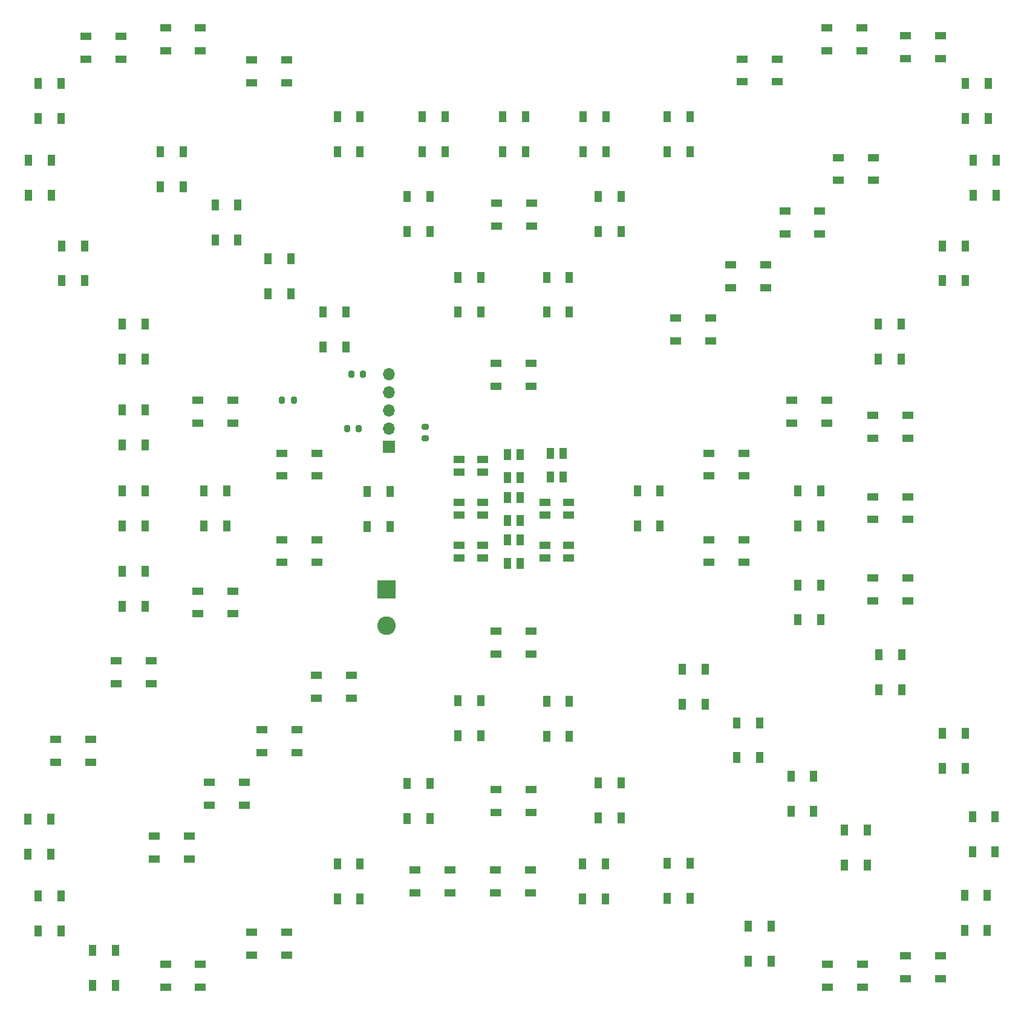
<source format=gbr>
%TF.GenerationSoftware,KiCad,Pcbnew,(6.0.4)*%
%TF.CreationDate,2022-04-26T19:16:40+02:00*%
%TF.ProjectId,FieldBoard,4669656c-6442-46f6-9172-642e6b696361,rev?*%
%TF.SameCoordinates,Original*%
%TF.FileFunction,Soldermask,Top*%
%TF.FilePolarity,Negative*%
%FSLAX46Y46*%
G04 Gerber Fmt 4.6, Leading zero omitted, Abs format (unit mm)*
G04 Created by KiCad (PCBNEW (6.0.4)) date 2022-04-26 19:16:40*
%MOMM*%
%LPD*%
G01*
G04 APERTURE LIST*
G04 Aperture macros list*
%AMRoundRect*
0 Rectangle with rounded corners*
0 $1 Rounding radius*
0 $2 $3 $4 $5 $6 $7 $8 $9 X,Y pos of 4 corners*
0 Add a 4 corners polygon primitive as box body*
4,1,4,$2,$3,$4,$5,$6,$7,$8,$9,$2,$3,0*
0 Add four circle primitives for the rounded corners*
1,1,$1+$1,$2,$3*
1,1,$1+$1,$4,$5*
1,1,$1+$1,$6,$7*
1,1,$1+$1,$8,$9*
0 Add four rect primitives between the rounded corners*
20,1,$1+$1,$2,$3,$4,$5,0*
20,1,$1+$1,$4,$5,$6,$7,0*
20,1,$1+$1,$6,$7,$8,$9,0*
20,1,$1+$1,$8,$9,$2,$3,0*%
G04 Aperture macros list end*
%ADD10R,1.500000X1.000000*%
%ADD11R,1.500000X1.100000*%
%ADD12R,1.000000X1.500000*%
%ADD13RoundRect,0.200000X0.200000X0.275000X-0.200000X0.275000X-0.200000X-0.275000X0.200000X-0.275000X0*%
%ADD14RoundRect,0.200000X-0.275000X0.200000X-0.275000X-0.200000X0.275000X-0.200000X0.275000X0.200000X0*%
%ADD15R,1.100000X1.500000*%
%ADD16R,2.600000X2.600000*%
%ADD17C,2.600000*%
%ADD18R,1.700000X1.700000*%
%ADD19O,1.700000X1.700000*%
G04 APERTURE END LIST*
D10*
%TO.C,POS32*%
X129949989Y-140199996D03*
X129949989Y-143399996D03*
X134849989Y-143399996D03*
X134849989Y-140199996D03*
%TD*%
%TO.C,POS26*%
X198949988Y-79699996D03*
X198949988Y-76499996D03*
X194049988Y-76499996D03*
X194049988Y-79699996D03*
%TD*%
D11*
%TO.C,LED1*%
X139439992Y-84490000D03*
X139439992Y-82710000D03*
X136159992Y-82710000D03*
X136159992Y-84490000D03*
%TD*%
D12*
%TO.C,POS20*%
X92199997Y-75749996D03*
X88999997Y-75749996D03*
X88999997Y-80649996D03*
X92199997Y-80649996D03*
%TD*%
%TO.C,POS46*%
X158800000Y-45850000D03*
X155600000Y-45850000D03*
X155600000Y-50750000D03*
X158800000Y-50750000D03*
%TD*%
D10*
%TO.C,POS70*%
X141350000Y-106700000D03*
X141350000Y-109900000D03*
X146250000Y-109900000D03*
X146250000Y-106700000D03*
%TD*%
D12*
%TO.C,FIN2*%
X112600000Y-54550000D03*
X109400000Y-54550000D03*
X109400000Y-59450000D03*
X112600000Y-59450000D03*
%TD*%
D10*
%TO.C,POS55*%
X182750000Y-74400000D03*
X182750000Y-77600000D03*
X187650000Y-77600000D03*
X187650000Y-74400000D03*
%TD*%
D12*
%TO.C,POS19*%
X92199997Y-87100011D03*
X88999997Y-87100011D03*
X88999997Y-92000011D03*
X92199997Y-92000011D03*
%TD*%
%TO.C,POS63*%
X206900000Y-148650000D03*
X210100000Y-148650000D03*
X210100000Y-143750000D03*
X206900000Y-143750000D03*
%TD*%
D13*
%TO.C,R2*%
X113025000Y-74400000D03*
X111375000Y-74400000D03*
%TD*%
D12*
%TO.C,POS76*%
X88053033Y-151417677D03*
X84853033Y-151417677D03*
X84853033Y-156317677D03*
X88053033Y-156317677D03*
%TD*%
%TO.C,POS17*%
X100399999Y-91949999D03*
X103599999Y-91949999D03*
X103599999Y-87049999D03*
X100399999Y-87049999D03*
%TD*%
D10*
%TO.C,POS56*%
X171150000Y-81800000D03*
X171150000Y-85000000D03*
X176050000Y-85000000D03*
X176050000Y-81800000D03*
%TD*%
D12*
%TO.C,POS54*%
X194800000Y-68650000D03*
X198000000Y-68650000D03*
X198000000Y-63750000D03*
X194800000Y-63750000D03*
%TD*%
%TO.C,POS52*%
X208100000Y-45650000D03*
X211300000Y-45650000D03*
X211300000Y-40750000D03*
X208100000Y-40750000D03*
%TD*%
D14*
%TO.C,R3*%
X131400000Y-78075000D03*
X131400000Y-79725000D03*
%TD*%
D10*
%TO.C,POS31*%
X141246969Y-140199996D03*
X141246969Y-143399996D03*
X146146969Y-143399996D03*
X146146969Y-140199996D03*
%TD*%
D12*
%TO.C,POS18*%
X92199997Y-98350000D03*
X88999997Y-98350000D03*
X88999997Y-103250000D03*
X92199997Y-103250000D03*
%TD*%
D10*
%TO.C,POS50*%
X203550000Y-26567677D03*
X203550000Y-23367677D03*
X198650000Y-23367677D03*
X198650000Y-26567677D03*
%TD*%
D15*
%TO.C,LED9*%
X142909992Y-91248838D03*
X144689992Y-91248838D03*
X144689992Y-87968838D03*
X142909992Y-87968838D03*
%TD*%
D10*
%TO.C,POS40*%
X112050000Y-29900000D03*
X112050000Y-26700000D03*
X107150000Y-26700000D03*
X107150000Y-29900000D03*
%TD*%
D12*
%TO.C,POS53*%
X203800000Y-57650000D03*
X207000000Y-57650000D03*
X207000000Y-52750000D03*
X203800000Y-52750000D03*
%TD*%
D11*
%TO.C,LED7*%
X136159992Y-94718851D03*
X136159992Y-96498851D03*
X139439992Y-96498851D03*
X139439992Y-94718851D03*
%TD*%
D12*
%TO.C,POS24*%
X156699995Y-34650000D03*
X153499995Y-34650000D03*
X153499995Y-39550000D03*
X156699995Y-39550000D03*
%TD*%
D10*
%TO.C,POS80*%
X88150000Y-114100000D03*
X88150000Y-110900000D03*
X93050000Y-110900000D03*
X93050000Y-114100000D03*
%TD*%
D12*
%TO.C,POS47*%
X168500000Y-34650000D03*
X165300000Y-34650000D03*
X165300000Y-39550000D03*
X168500000Y-39550000D03*
%TD*%
%TO.C,POS30*%
X153399995Y-144249996D03*
X156599995Y-144249996D03*
X156599995Y-139349996D03*
X153399995Y-139349996D03*
%TD*%
D10*
%TO.C,FIN8*%
X189250000Y-43600000D03*
X189250000Y-40400000D03*
X194150000Y-40400000D03*
X194150000Y-43600000D03*
%TD*%
D12*
%TO.C,FIN12*%
X190100000Y-139450000D03*
X193300000Y-139450000D03*
X193300000Y-134550000D03*
X190100000Y-134550000D03*
%TD*%
D10*
%TO.C,FIN16*%
X93450000Y-135400000D03*
X93450000Y-138600000D03*
X98350000Y-138600000D03*
X98350000Y-135400000D03*
%TD*%
D12*
%TO.C,FIN11*%
X182600000Y-131950000D03*
X185800000Y-131950000D03*
X185800000Y-127050000D03*
X182600000Y-127050000D03*
%TD*%
D10*
%TO.C,POS27*%
X194049988Y-87896976D03*
X194049988Y-91096976D03*
X198949988Y-91096976D03*
X198949988Y-87896976D03*
%TD*%
D12*
%TO.C,POS77*%
X80400000Y-143817677D03*
X77200000Y-143817677D03*
X77200000Y-148717677D03*
X80400000Y-148717677D03*
%TD*%
D10*
%TO.C,FIN7*%
X181750000Y-51100000D03*
X181750000Y-47900000D03*
X186650000Y-47900000D03*
X186650000Y-51100000D03*
%TD*%
D12*
%TO.C,POS23*%
X142250004Y-39550000D03*
X145450004Y-39550000D03*
X145450004Y-34650000D03*
X142250004Y-34650000D03*
%TD*%
%TO.C,POS45*%
X151600000Y-57150000D03*
X148400000Y-57150000D03*
X148400000Y-62050000D03*
X151600000Y-62050000D03*
%TD*%
D10*
%TO.C,FIN5*%
X166500000Y-66100000D03*
X166500000Y-62900000D03*
X171400000Y-62900000D03*
X171400000Y-66100000D03*
%TD*%
D12*
%TO.C,POS72*%
X128900000Y-132950000D03*
X132100000Y-132950000D03*
X132100000Y-128050000D03*
X128900000Y-128050000D03*
%TD*%
%TO.C,POS61*%
X203799996Y-125950000D03*
X206999996Y-125950000D03*
X206999996Y-121050000D03*
X203799996Y-121050000D03*
%TD*%
D10*
%TO.C,POS29*%
X141349992Y-128882315D03*
X141349992Y-132082315D03*
X146249992Y-132082315D03*
X146249992Y-128882315D03*
%TD*%
D11*
%TO.C,LED8*%
X139439992Y-90448851D03*
X139439992Y-88668851D03*
X136159992Y-88668851D03*
X136159992Y-90448851D03*
%TD*%
D10*
%TO.C,FIN14*%
X108550000Y-120500000D03*
X108550000Y-123700000D03*
X113450000Y-123700000D03*
X113450000Y-120500000D03*
%TD*%
%TO.C,POS48*%
X180650000Y-29800000D03*
X180650000Y-26600000D03*
X175750000Y-26600000D03*
X175750000Y-29800000D03*
%TD*%
D12*
%TO.C,POS41*%
X119100000Y-39550000D03*
X122300000Y-39550000D03*
X122300000Y-34650000D03*
X119100000Y-34650000D03*
%TD*%
%TO.C,FIN3*%
X105200000Y-47050000D03*
X102000000Y-47050000D03*
X102000000Y-51950000D03*
X105200000Y-51950000D03*
%TD*%
D10*
%TO.C,POS33*%
X99549999Y-74400000D03*
X99549999Y-77600000D03*
X104449999Y-77600000D03*
X104449999Y-74400000D03*
%TD*%
D15*
%TO.C,LED3*%
X148909992Y-85131172D03*
X150689992Y-85131172D03*
X150689992Y-81851172D03*
X148909992Y-81851172D03*
%TD*%
D12*
%TO.C,POS69*%
X151600000Y-116550000D03*
X148400000Y-116550000D03*
X148400000Y-121450000D03*
X151600000Y-121450000D03*
%TD*%
D10*
%TO.C,POS84*%
X111350000Y-81800000D03*
X111350000Y-85000000D03*
X116250000Y-85000000D03*
X116250000Y-81800000D03*
%TD*%
%TO.C,POS79*%
X84550000Y-125100000D03*
X84550000Y-121900000D03*
X79650000Y-121900000D03*
X79650000Y-125100000D03*
%TD*%
D12*
%TO.C,POS78*%
X79000000Y-133050000D03*
X75800000Y-133050000D03*
X75800000Y-137950000D03*
X79000000Y-137950000D03*
%TD*%
D10*
%TO.C,POS64*%
X198632322Y-152200000D03*
X198632322Y-155400000D03*
X203532322Y-155400000D03*
X203532322Y-152200000D03*
%TD*%
D12*
%TO.C,POS43*%
X136000000Y-62050000D03*
X139200000Y-62050000D03*
X139200000Y-57150000D03*
X136000000Y-57150000D03*
%TD*%
D10*
%TO.C,POS21*%
X141400004Y-46800005D03*
X141400004Y-50000005D03*
X146300004Y-50000005D03*
X146300004Y-46800005D03*
%TD*%
%TO.C,POS39*%
X99950000Y-25400000D03*
X99950000Y-22200000D03*
X95050000Y-22200000D03*
X95050000Y-25400000D03*
%TD*%
D12*
%TO.C,FIN1*%
X120300000Y-62050000D03*
X117100000Y-62050000D03*
X117100000Y-66950000D03*
X120300000Y-66950000D03*
%TD*%
%TO.C,FIN4*%
X97500000Y-39550000D03*
X94300000Y-39550000D03*
X94300000Y-44450000D03*
X97500000Y-44450000D03*
%TD*%
%TO.C,POS62*%
X208000000Y-137650000D03*
X211200000Y-137650000D03*
X211200000Y-132750000D03*
X208000000Y-132750000D03*
%TD*%
%TO.C,POS73*%
X119100000Y-144250000D03*
X122300000Y-144250000D03*
X122300000Y-139350000D03*
X119100000Y-139350000D03*
%TD*%
D10*
%TO.C,POS58*%
X176050000Y-97100000D03*
X176050000Y-93900000D03*
X171150000Y-93900000D03*
X171150000Y-97100000D03*
%TD*%
D12*
%TO.C,POS71*%
X136000000Y-116450000D03*
X139200000Y-116450000D03*
X139200000Y-121350000D03*
X136000000Y-121350000D03*
%TD*%
%TO.C,POS42*%
X128900000Y-50750000D03*
X132100000Y-50750000D03*
X132100000Y-45850000D03*
X128900000Y-45850000D03*
%TD*%
%TO.C,POS66*%
X179800000Y-148050000D03*
X176600000Y-148050000D03*
X176600000Y-152950000D03*
X179800000Y-152950000D03*
%TD*%
%TO.C,POS83*%
X126500000Y-87150000D03*
X123300000Y-87150000D03*
X123300000Y-92050000D03*
X126500000Y-92050000D03*
%TD*%
%TO.C,POS35*%
X83700000Y-52750000D03*
X80500000Y-52750000D03*
X80500000Y-57650000D03*
X83700000Y-57650000D03*
%TD*%
%TO.C,POS68*%
X158800000Y-127950000D03*
X155600000Y-127950000D03*
X155600000Y-132850000D03*
X158800000Y-132850000D03*
%TD*%
%TO.C,POS51*%
X207000000Y-34914644D03*
X210200000Y-34914644D03*
X210200000Y-30014644D03*
X207000000Y-30014644D03*
%TD*%
%TO.C,FIN10*%
X175000000Y-124450000D03*
X178200000Y-124450000D03*
X178200000Y-119550000D03*
X175000000Y-119550000D03*
%TD*%
D10*
%TO.C,POS38*%
X88850000Y-26600000D03*
X88850000Y-23400000D03*
X83950000Y-23400000D03*
X83950000Y-26600000D03*
%TD*%
D12*
%TO.C,POS34*%
X92200000Y-63750000D03*
X89000000Y-63750000D03*
X89000000Y-68650000D03*
X92200000Y-68650000D03*
%TD*%
%TO.C,POS60*%
X194899988Y-114950000D03*
X198099988Y-114950000D03*
X198099988Y-110050000D03*
X194899988Y-110050000D03*
%TD*%
D10*
%TO.C,POS81*%
X104450000Y-104300000D03*
X104450000Y-101100000D03*
X99550000Y-101100000D03*
X99550000Y-104300000D03*
%TD*%
%TO.C,POS65*%
X187750000Y-153400000D03*
X187750000Y-156600000D03*
X192650000Y-156600000D03*
X192650000Y-153400000D03*
%TD*%
D13*
%TO.C,R4*%
X122125000Y-78400000D03*
X120475000Y-78400000D03*
%TD*%
D15*
%TO.C,LED6*%
X144689992Y-93968839D03*
X142909992Y-93968839D03*
X142909992Y-97248839D03*
X144689992Y-97248839D03*
%TD*%
D12*
%TO.C,POS36*%
X79100000Y-40750000D03*
X75900000Y-40750000D03*
X75900000Y-45650000D03*
X79100000Y-45650000D03*
%TD*%
D10*
%TO.C,FIN15*%
X101150000Y-127900000D03*
X101150000Y-131100000D03*
X106050000Y-131100000D03*
X106050000Y-127900000D03*
%TD*%
D12*
%TO.C,POS25*%
X183582332Y-91949999D03*
X186782332Y-91949999D03*
X186782332Y-87049999D03*
X183582332Y-87049999D03*
%TD*%
%TO.C,POS37*%
X80400000Y-30050000D03*
X77200000Y-30050000D03*
X77200000Y-34950000D03*
X80400000Y-34950000D03*
%TD*%
D10*
%TO.C,POS75*%
X95050000Y-153400000D03*
X95050000Y-156600000D03*
X99950000Y-156600000D03*
X99950000Y-153400000D03*
%TD*%
%TO.C,POS44*%
X146250000Y-72400000D03*
X146250000Y-69200000D03*
X141350000Y-69200000D03*
X141350000Y-72400000D03*
%TD*%
%TO.C,FIN13*%
X121050000Y-112900000D03*
X121050000Y-116100000D03*
X116150000Y-116100000D03*
X116150000Y-112900000D03*
%TD*%
D12*
%TO.C,POS59*%
X183550000Y-105150000D03*
X186750000Y-105150000D03*
X186750000Y-100250000D03*
X183550000Y-100250000D03*
%TD*%
%TO.C,POS57*%
X161100000Y-91950000D03*
X164300000Y-91950000D03*
X164300000Y-87050000D03*
X161100000Y-87050000D03*
%TD*%
D10*
%TO.C,POS28*%
X194049988Y-99300001D03*
X194049988Y-102500001D03*
X198949988Y-102500001D03*
X198949988Y-99300001D03*
%TD*%
D13*
%TO.C,R1*%
X122725000Y-70700000D03*
X121075000Y-70700000D03*
%TD*%
D10*
%TO.C,POS82*%
X116250000Y-97100000D03*
X116250000Y-93900000D03*
X111350000Y-93900000D03*
X111350000Y-97100000D03*
%TD*%
%TO.C,FIN6*%
X179050000Y-58600000D03*
X179050000Y-55400000D03*
X174150000Y-55400000D03*
X174150000Y-58600000D03*
%TD*%
D11*
%TO.C,LED5*%
X148159992Y-94718851D03*
X148159992Y-96498851D03*
X151439992Y-96498851D03*
X151439992Y-94718851D03*
%TD*%
D12*
%TO.C,FIN9*%
X167400000Y-116950000D03*
X170600000Y-116950000D03*
X170600000Y-112050000D03*
X167400000Y-112050000D03*
%TD*%
D15*
%TO.C,LED2*%
X142909992Y-85248850D03*
X144689992Y-85248850D03*
X144689992Y-81968850D03*
X142909992Y-81968850D03*
%TD*%
D12*
%TO.C,POS67*%
X168500000Y-144150000D03*
X165300000Y-144150000D03*
X165300000Y-139250000D03*
X168500000Y-139250000D03*
%TD*%
%TO.C,POS22*%
X134199989Y-34650000D03*
X130999989Y-34650000D03*
X130999989Y-39550000D03*
X134199989Y-39550000D03*
%TD*%
D10*
%TO.C,POS74*%
X107150000Y-148900000D03*
X107150000Y-152100000D03*
X112050000Y-152100000D03*
X112050000Y-148900000D03*
%TD*%
D11*
%TO.C,LED4*%
X148159992Y-88668851D03*
X148159992Y-90448851D03*
X151439992Y-90448851D03*
X151439992Y-88668851D03*
%TD*%
D10*
%TO.C,POS49*%
X192550000Y-25400000D03*
X192550000Y-22200000D03*
X187650000Y-22200000D03*
X187650000Y-25400000D03*
%TD*%
D16*
%TO.C,J1*%
X126005000Y-100855000D03*
D17*
X126005000Y-105935000D03*
%TD*%
D18*
%TO.C,J2*%
X126300000Y-80875000D03*
D19*
X126300000Y-78335000D03*
X126300000Y-75795000D03*
X126300000Y-73255000D03*
X126300000Y-70715000D03*
%TD*%
M02*

</source>
